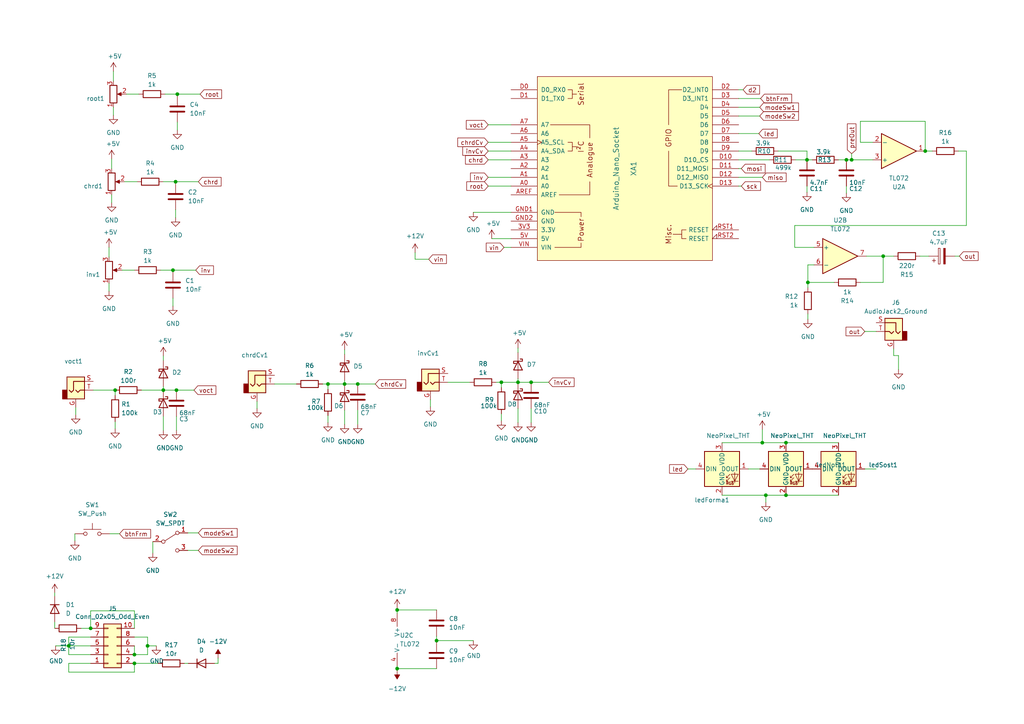
<source format=kicad_sch>
(kicad_sch (version 20230121) (generator eeschema)
  (paper "A4")
  (lib_symbols
    (symbol "Amplifier_Operational:TL072" (pin_names (offset 0.127))
      (property "Reference" "U" (at 0 5.08 0))
      (property "Value" "TL072" (at 0 -5.08 0))
      (symbol "TL072_1_1"
        (polyline (pts (xy -5.08 5.08) (xy 5.08 0) (xy -5.08 -5.08) (xy -5.08 5.08)) (stroke (width 0.254)) (fill (type background)))
        (pin output line (at 7.62 0 180) (length 2.54) (name "~") (number "1"))
        (pin input line (at -7.62 -2.54 0) (length 2.54) (name "-") (number "2"))
        (pin input line (at -7.62 2.54 0) (length 2.54) (name "+") (number "3"))
      )
      (symbol "TL072_2_1"
        (polyline (pts (xy -5.08 5.08) (xy 5.08 0) (xy -5.08 -5.08) (xy -5.08 5.08)) (stroke (width 0.254)) (fill (type background)))
        (pin input line (at -7.62 2.54 0) (length 2.54) (name "+") (number "5"))
        (pin input line (at -7.62 -2.54 0) (length 2.54) (name "-") (number "6"))
        (pin output line (at 7.62 0 180) (length 2.54) (name "~") (number "7"))
      )
      (symbol "TL072_3_1"
        (pin power_in line (at -2.54 -7.62 90) (length 3.81) (name "V-") (number "4"))
        (pin power_in line (at -2.54 7.62 270) (length 3.81) (name "V+") (number "8"))
      )
    )
    (symbol "BD1-rescue:Arduino_Nano_Socket-BD1-rescue-2020-02-22-22-49-19" (pin_names (offset 1.016))
      (property "Reference" "XA" (at 2.54 0 90))
      (property "Value" "BD1-rescue-2020-02-22-22-49-19_Arduino_Nano_Socket" (at -2.54 0 90))
      (symbol "Arduino_Nano_Socket-BD1-rescue-2020-02-22-22-49-19_0_0"
        (rectangle (start -25.4 26.67) (end 25.4 -26.67) (fill (type background)))
        (polyline (pts (xy -15.24 6.35) (xy -13.97 6.35)))
        (polyline (pts (xy -15.24 21.59) (xy -13.97 21.59)))
        (polyline (pts (xy 16.51 -19.05) (xy 13.97 -19.05)))
        (polyline (pts (xy -20.32 -22.86) (xy -12.7 -22.86) (xy -12.7 -21.59)))
        (polyline (pts (xy -12.7 -13.97) (xy -12.7 -12.7) (xy -20.32 -12.7)))
        (polyline (pts (xy -16.51 7.62) (xy -15.24 7.62) (xy -15.24 5.08) (xy -16.51 5.08)))
        (polyline (pts (xy -16.51 22.86) (xy -15.24 22.86) (xy -15.24 20.32) (xy -16.51 20.32)))
        (text "Analogue" (at -10.16 2.54 900) (effects (font (size 1.524 1.524))))
        (text "I²C" (at -12.7 6.35 900) (effects (font (size 1.524 1.524))))
        (text "Misc." (at 12.7 -19.05 900) (effects (font (size 1.524 1.524))))
        (text "Power" (at -12.7 -17.78 900) (effects (font (size 1.524 1.524))))
        (text "Serial" (at -12.7 21.59 900) (effects (font (size 1.524 1.524))))
      )
      (symbol "Arduino_Nano_Socket-BD1-rescue-2020-02-22-22-49-19_0_1"
        (polyline (pts (xy -21.59 12.7) (xy -10.16 12.7) (xy -10.16 8.89)))
        (polyline (pts (xy -19.05 -7.62) (xy -10.16 -7.62) (xy -10.16 -3.81)))
        (polyline (pts (xy 15.24 -5.08) (xy 12.7 -5.08) (xy 12.7 5.08)))
        (polyline (pts (xy 16.51 22.86) (xy 12.7 22.86) (xy 12.7 12.7)))
        (polyline (pts (xy 17.78 -17.78) (xy 16.51 -17.78) (xy 16.51 -20.32) (xy 17.78 -20.32)))
      )
      (symbol "Arduino_Nano_Socket-BD1-rescue-2020-02-22-22-49-19_1_0"
        (text "GPIO" (at 12.7 8.89 900) (effects (font (size 1.524 1.524))))
      )
      (symbol "Arduino_Nano_Socket-BD1-rescue-2020-02-22-22-49-19_1_1"
        (pin power_in line (at -33.02 -17.78 0) (length 7.62) (name "3.3V") (number "3V3"))
        (pin power_in line (at -33.02 -20.32 0) (length 7.62) (name "5V") (number "5V"))
        (pin bidirectional line (at -33.02 -5.08 0) (length 7.62) (name "A0") (number "A0"))
        (pin bidirectional line (at -33.02 -2.54 0) (length 7.62) (name "A1") (number "A1"))
        (pin bidirectional line (at -33.02 0 0) (length 7.62) (name "A2") (number "A2"))
        (pin bidirectional line (at -33.02 2.54 0) (length 7.62) (name "A3") (number "A3"))
        (pin bidirectional line (at -33.02 5.08 0) (length 7.62) (name "A4_SDA") (number "A4"))
        (pin bidirectional clock (at -33.02 7.62 0) (length 7.62) (name "A5_SCL") (number "A5"))
        (pin input line (at -33.02 10.16 0) (length 7.62) (name "A6") (number "A6"))
        (pin input line (at -33.02 12.7 0) (length 7.62) (name "A7") (number "A7"))
        (pin input line (at -33.02 -7.62 0) (length 7.62) (name "AREF") (number "AREF"))
        (pin bidirectional line (at -33.02 22.86 0) (length 7.62) (name "D0_RX0") (number "D0"))
        (pin bidirectional line (at -33.02 20.32 0) (length 7.62) (name "D1_TX0") (number "D1"))
        (pin bidirectional line (at 33.02 2.54 180) (length 7.62) (name "D10_CS") (number "D10"))
        (pin bidirectional line (at 33.02 0 180) (length 7.62) (name "D11_MOSI") (number "D11"))
        (pin bidirectional line (at 33.02 -2.54 180) (length 7.62) (name "D12_MISO") (number "D12"))
        (pin bidirectional clock (at 33.02 -5.08 180) (length 7.62) (name "D13_SCK") (number "D13"))
        (pin bidirectional line (at 33.02 22.86 180) (length 7.62) (name "D2_INT0") (number "D2"))
        (pin bidirectional line (at 33.02 20.32 180) (length 7.62) (name "D3_INT1") (number "D3"))
        (pin bidirectional line (at 33.02 17.78 180) (length 7.62) (name "D4") (number "D4"))
        (pin bidirectional line (at 33.02 15.24 180) (length 7.62) (name "D5") (number "D5"))
        (pin bidirectional line (at 33.02 12.7 180) (length 7.62) (name "D6") (number "D6"))
        (pin bidirectional line (at 33.02 10.16 180) (length 7.62) (name "D7") (number "D7"))
        (pin bidirectional line (at 33.02 7.62 180) (length 7.62) (name "D8") (number "D8"))
        (pin bidirectional line (at 33.02 5.08 180) (length 7.62) (name "D9") (number "D9"))
        (pin power_in line (at -33.02 -12.7 0) (length 7.62) (name "GND") (number "GND1"))
        (pin power_in line (at -33.02 -15.24 0) (length 7.62) (name "GND") (number "GND2"))
        (pin open_collector input_low (at 33.02 -17.78 180) (length 7.62) (name "RESET") (number "RST1"))
        (pin open_collector input_low (at 33.02 -20.32 180) (length 7.62) (name "RESET") (number "RST2"))
        (pin power_in line (at -33.02 -22.86 0) (length 7.62) (name "VIN") (number "VIN"))
      )
    )
    (symbol "Connector_Audio:AudioJack2_Ground"
      (property "Reference" "J" (at 0 8.89 0))
      (property "Value" "AudioJack2_Ground" (at 0 6.35 0))
      (symbol "AudioJack2_Ground_0_1"
        (rectangle (start -2.54 -2.54) (end -3.81 0) (stroke (width 0.254)) (fill (type outline)))
        (polyline (pts (xy 0 0) (xy 0.635 -0.635) (xy 1.27 0) (xy 2.54 0)) (stroke (width 0.254)))
        (polyline (pts (xy 2.54 2.54) (xy -0.635 2.54) (xy -0.635 0) (xy -1.27 -0.635) (xy -1.905 0)) (stroke (width 0.254)))
        (rectangle (start 2.54 3.81) (end -2.54 -2.54) (stroke (width 0.254)) (fill (type background)))
      )
      (symbol "AudioJack2_Ground_1_1"
        (pin passive line (at 0 -5.08 90) (length 2.54) (name "~") (number "G"))
        (pin passive line (at 5.08 2.54 180) (length 2.54) (name "~") (number "S"))
        (pin passive line (at 5.08 0 180) (length 2.54) (name "~") (number "T"))
      )
    )
    (symbol "Connector_Generic:Conn_02x05_Odd_Even" (pin_names (offset 1.016) hide)
      (property "Reference" "J" (at 1.27 7.62 0))
      (property "Value" "Conn_02x05_Odd_Even" (at 1.27 -7.62 0))
      (symbol "Conn_02x05_Odd_Even_1_1"
        (rectangle (start -1.27 -4.953) (end 0 -5.207) (stroke (width 0.1524)))
        (rectangle (start -1.27 -2.413) (end 0 -2.667) (stroke (width 0.1524)))
        (rectangle (start -1.27 0.127) (end 0 -0.127) (stroke (width 0.1524)))
        (rectangle (start -1.27 2.667) (end 0 2.413) (stroke (width 0.1524)))
        (rectangle (start -1.27 5.207) (end 0 4.953) (stroke (width 0.1524)))
        (rectangle (start -1.27 6.35) (end 3.81 -6.35) (stroke (width 0.254)) (fill (type background)))
        (rectangle (start 3.81 -4.953) (end 2.54 -5.207) (stroke (width 0.1524)))
        (rectangle (start 3.81 -2.413) (end 2.54 -2.667) (stroke (width 0.1524)))
        (rectangle (start 3.81 0.127) (end 2.54 -0.127) (stroke (width 0.1524)))
        (rectangle (start 3.81 2.667) (end 2.54 2.413) (stroke (width 0.1524)))
        (rectangle (start 3.81 5.207) (end 2.54 4.953) (stroke (width 0.1524)))
        (pin passive line (at -5.08 5.08 0) (length 3.81) (name "Pin_1") (number "1"))
        (pin passive line (at 7.62 -5.08 180) (length 3.81) (name "Pin_10") (number "10"))
        (pin passive line (at 7.62 5.08 180) (length 3.81) (name "Pin_2") (number "2"))
        (pin passive line (at -5.08 2.54 0) (length 3.81) (name "Pin_3") (number "3"))
        (pin passive line (at 7.62 2.54 180) (length 3.81) (name "Pin_4") (number "4"))
        (pin passive line (at -5.08 0 0) (length 3.81) (name "Pin_5") (number "5"))
        (pin passive line (at 7.62 0 180) (length 3.81) (name "Pin_6") (number "6"))
        (pin passive line (at -5.08 -2.54 0) (length 3.81) (name "Pin_7") (number "7"))
        (pin passive line (at 7.62 -2.54 180) (length 3.81) (name "Pin_8") (number "8"))
        (pin passive line (at -5.08 -5.08 0) (length 3.81) (name "Pin_9") (number "9"))
      )
    )
    (symbol "Device:C" (pin_numbers hide) (pin_names (offset 0.254))
      (property "Reference" "C" (at 0.635 2.54 0))
      (property "Value" "C" (at 0.635 -2.54 0))
      (symbol "C_0_1"
        (polyline (pts (xy -2.032 -0.762) (xy 2.032 -0.762)) (stroke (width 0.508)))
        (polyline (pts (xy -2.032 0.762) (xy 2.032 0.762)) (stroke (width 0.508)))
      )
      (symbol "C_1_1"
        (pin passive line (at 0 3.81 270) (length 2.794) (name "~") (number "1"))
        (pin passive line (at 0 -3.81 90) (length 2.794) (name "~") (number "2"))
      )
    )
    (symbol "Device:C_Polarized" (pin_numbers hide) (pin_names (offset 0.254))
      (property "Reference" "C" (at 0.635 2.54 0))
      (property "Value" "C_Polarized" (at 0.635 -2.54 0))
      (symbol "C_Polarized_0_1"
        (rectangle (start -2.286 0.508) (end 2.286 1.016))
        (polyline (pts (xy -1.778 2.286) (xy -0.762 2.286)))
        (polyline (pts (xy -1.27 2.794) (xy -1.27 1.778)))
        (rectangle (start 2.286 -0.508) (end -2.286 -1.016) (fill (type outline)))
      )
      (symbol "C_Polarized_1_1"
        (pin passive line (at 0 3.81 270) (length 2.794) (name "~") (number "1"))
        (pin passive line (at 0 -3.81 90) (length 2.794) (name "~") (number "2"))
      )
    )
    (symbol "Device:D" (pin_numbers hide) (pin_names (offset 1.016) hide)
      (property "Reference" "D" (at 0 2.54 0))
      (property "Value" "D" (at 0 -2.54 0))
      (symbol "D_0_1"
        (polyline (pts (xy -1.27 1.27) (xy -1.27 -1.27)) (stroke (width 0.254)))
        (polyline (pts (xy 1.27 0) (xy -1.27 0)))
        (polyline (pts (xy 1.27 1.27) (xy 1.27 -1.27) (xy -1.27 0) (xy 1.27 1.27)) (stroke (width 0.254)))
      )
      (symbol "D_1_1"
        (pin passive line (at -3.81 0 0) (length 2.54) (name "K") (number "1"))
        (pin passive line (at 3.81 0 180) (length 2.54) (name "A") (number "2"))
      )
    )
    (symbol "Device:D_Schottky" (pin_numbers hide) (pin_names (offset 1.016) hide)
      (property "Reference" "D" (at 0 2.54 0))
      (property "Value" "D_Schottky" (at 0 -2.54 0))
      (symbol "D_Schottky_0_1"
        (polyline (pts (xy 1.27 0) (xy -1.27 0)))
        (polyline (pts (xy 1.27 1.27) (xy 1.27 -1.27) (xy -1.27 0) (xy 1.27 1.27)) (stroke (width 0.254)))
        (polyline (pts (xy -1.905 0.635) (xy -1.905 1.27) (xy -1.27 1.27) (xy -1.27 -1.27) (xy -0.635 -1.27) (xy -0.635 -0.635)) (stroke (width 0.254)))
      )
      (symbol "D_Schottky_1_1"
        (pin passive line (at -3.81 0 0) (length 2.54) (name "K") (number "1"))
        (pin passive line (at 3.81 0 180) (length 2.54) (name "A") (number "2"))
      )
    )
    (symbol "Device:R" (pin_numbers hide) (pin_names (offset 0))
      (property "Reference" "R" (at 2.032 0 90))
      (property "Value" "R" (at 0 0 90))
      (symbol "R_0_1"
        (rectangle (start -1.016 -2.54) (end 1.016 2.54) (stroke (width 0.254)))
      )
      (symbol "R_1_1"
        (pin passive line (at 0 3.81 270) (length 1.27) (name "~") (number "1"))
        (pin passive line (at 0 -3.81 90) (length 1.27) (name "~") (number "2"))
      )
    )
    (symbol "Device:R_Potentiometer" (pin_names (offset 1.016) hide)
      (property "Reference" "RV" (at -4.445 0 90))
      (property "Value" "R_Potentiometer" (at -2.54 0 90))
      (symbol "R_Potentiometer_0_1"
        (polyline (pts (xy 2.54 0) (xy 1.524 0)))
        (polyline (pts (xy 1.143 0) (xy 2.286 0.508) (xy 2.286 -0.508) (xy 1.143 0)) (fill (type outline)))
        (rectangle (start 1.016 2.54) (end -1.016 -2.54) (stroke (width 0.254)))
      )
      (symbol "R_Potentiometer_1_1"
        (pin passive line (at 0 3.81 270) (length 1.27) (name "1") (number "1"))
        (pin passive line (at 3.81 0 180) (length 1.27) (name "2") (number "2"))
        (pin passive line (at 0 -3.81 90) (length 1.27) (name "3") (number "3"))
      )
    )
    (symbol "LED:NeoPixel_THT" (pin_names (offset 0.254))
      (property "Reference" "D" (at 5.08 5.715 0))
      (property "Value" "NeoPixel_THT" (at 1.27 -5.715 0))
      (symbol "NeoPixel_THT_0_0"
        (text "RGB" (at 2.286 -4.191 0) (effects (font (size 0.762 0.762))))
      )
      (symbol "NeoPixel_THT_0_1"
        (polyline (pts (xy 1.27 -3.556) (xy 1.778 -3.556)))
        (polyline (pts (xy 1.27 -2.54) (xy 1.778 -2.54)))
        (polyline (pts (xy 4.699 -3.556) (xy 2.667 -3.556)))
        (polyline (pts (xy 2.286 -2.54) (xy 1.27 -3.556) (xy 1.27 -3.048)))
        (polyline (pts (xy 2.286 -1.524) (xy 1.27 -2.54) (xy 1.27 -2.032)))
        (polyline (pts (xy 3.683 -1.016) (xy 3.683 -3.556) (xy 3.683 -4.064)))
        (polyline (pts (xy 4.699 -1.524) (xy 2.667 -1.524) (xy 3.683 -3.556) (xy 4.699 -1.524)))
        (rectangle (start 5.08 5.08) (end -5.08 -5.08) (stroke (width 0.254)) (fill (type background)))
      )
      (symbol "NeoPixel_THT_1_1"
        (pin output line (at 7.62 0 180) (length 2.54) (name "DOUT") (number "1"))
        (pin power_in line (at 0 -7.62 90) (length 2.54) (name "GND") (number "2"))
        (pin power_in line (at 0 7.62 270) (length 2.54) (name "VDD") (number "3"))
        (pin input line (at -7.62 0 0) (length 2.54) (name "DIN") (number "4"))
      )
    )
    (symbol "Switch:SW_Push" (pin_numbers hide) (pin_names (offset 1.016) hide)
      (property "Reference" "SW" (at 1.27 2.54 0))
      (property "Value" "SW_Push" (at 0 -1.524 0))
      (symbol "SW_Push_0_1"
        (circle (center -2.032 0) (radius 0.508))
        (polyline (pts (xy 0 1.27) (xy 0 3.048)))
        (polyline (pts (xy 2.54 1.27) (xy -2.54 1.27)))
        (circle (center 2.032 0) (radius 0.508))
        (pin passive line (at -5.08 0 0) (length 2.54) (name "1") (number "1"))
        (pin passive line (at 5.08 0 180) (length 2.54) (name "2") (number "2"))
      )
    )
    (symbol "Switch:SW_SPDT" (pin_names (offset 0) hide)
      (property "Reference" "SW" (at 0 4.318 0))
      (property "Value" "SW_SPDT" (at 0 -5.08 0))
      (symbol "SW_SPDT_0_0"
        (circle (center -2.032 0) (radius 0.508))
        (circle (center 2.032 -2.54) (radius 0.508))
      )
      (symbol "SW_SPDT_0_1"
        (polyline (pts (xy -1.524 0.254) (xy 1.651 2.286)))
        (circle (center 2.032 2.54) (radius 0.508))
      )
      (symbol "SW_SPDT_1_1"
        (pin passive line (at 5.08 2.54 180) (length 2.54) (name "A") (number "1"))
        (pin passive line (at -5.08 0 0) (length 2.54) (name "B") (number "2"))
        (pin passive line (at 5.08 -2.54 180) (length 2.54) (name "C") (number "3"))
      )
    )
    (symbol "power:+12V" (power) (pin_names (offset 0))
      (property "Value" "+12V" (at 0 3.556 0))
      (symbol "+12V_0_1"
        (polyline (pts (xy -0.762 1.27) (xy 0 2.54)))
        (polyline (pts (xy 0 0) (xy 0 2.54)))
        (polyline (pts (xy 0 2.54) (xy 0.762 1.27)))
      )
      (symbol "+12V_1_1"
        (pin power_in line (at 0 0 90) (length 0) hide (name "+12V") (number "1"))
      )
    )
    (symbol "power:+5V" (power) (pin_names (offset 0))
      (property "Value" "+5V" (at 0 3.556 0))
      (symbol "+5V_0_1"
        (polyline (pts (xy -0.762 1.27) (xy 0 2.54)))
        (polyline (pts (xy 0 0) (xy 0 2.54)))
        (polyline (pts (xy 0 2.54) (xy 0.762 1.27)))
      )
      (symbol "+5V_1_1"
        (pin power_in line (at 0 0 90) (length 0) hide (name "+5V") (number "1"))
      )
    )
    (symbol "power:-12V" (power) (pin_names (offset 0))
      (property "Value" "-12V" (at 0 3.81 0))
      (symbol "-12V_0_0"
        (pin power_in line (at 0 0 90) (length 0) hide (name "-12V") (number "1"))
      )
      (symbol "-12V_0_1"
        (polyline (pts (xy 0 0) (xy 0 1.27) (xy 0.762 1.27) (xy 0 2.54) (xy -0.762 1.27) (xy 0 1.27)) (fill (type outline)))
      )
    )
    (symbol "power:GND" (power) (pin_names (offset 0))
      (property "Value" "GND" (at 0 -3.81 0))
      (symbol "GND_0_1"
        (polyline (pts (xy 0 0) (xy 0 -1.27) (xy 1.27 -1.27) (xy 0 -2.54) (xy -1.27 -1.27) (xy 0 -1.27)))
      )
      (symbol "GND_1_1"
        (pin power_in line (at 0 0 270) (length 0) hide (name "GND") (number "1"))
      )
    )
  )
  (junction (at 33.401 113.157))
  (junction (at 38.989 192.405))
  (junction (at 247.015 46.355))
  (junction (at 50.927 52.705))
  (junction (at 38.989 189.865))
  (junction (at 145.415 110.871))
  (junction (at 222.123 143.637))
  (junction (at 221.107 128.397))
  (junction (at 115.189 176.911))
  (junction (at 227.965 143.637))
  (junction (at 42.799 187.325))
  (junction (at 19.939 187.325))
  (junction (at 245.491 46.355))
  (junction (at 103.759 111.379))
  (junction (at 154.051 110.871))
  (junction (at 126.619 185.801))
  (junction (at 51.435 27.305))
  (junction (at 234.061 46.355))
  (junction (at 26.289 182.245))
  (junction (at 256.159 74.295))
  (junction (at 150.241 110.871))
  (junction (at 95.123 111.379))
  (junction (at 234.315 81.915))
  (junction (at 268.351 43.815))
  (junction (at 115.189 193.929))
  (junction (at 99.949 111.379))
  (junction (at 47.371 113.157))
  (junction (at 50.165 78.359))
  (junction (at 51.181 113.157))
  (junction (at 227.965 128.397))
  (wire (pts (xy 47.371 120.777) (xy 47.371 124.841)))
  (wire (pts (xy 124.841 115.951) (xy 124.841 117.983)))
  (wire (pts (xy 253.111 41.275) (xy 249.555 41.275)))
  (wire (pts (xy 35.433 78.359) (xy 38.989 78.359)))
  (wire (pts (xy 26.289 184.785) (xy 19.939 184.785)))
  (wire (pts (xy 26.289 192.405) (xy 19.939 192.405)))
  (wire (pts (xy 38.989 187.325) (xy 38.989 189.865)))
  (wire (pts (xy 36.195 52.705) (xy 39.751 52.705)))
  (wire (pts (xy 234.061 43.815) (xy 234.061 46.355)))
  (wire (pts (xy 227.965 128.397) (xy 243.205 128.397)))
  (wire (pts (xy 99.949 118.999) (xy 99.949 123.063)))
  (wire (pts (xy 99.949 110.363) (xy 99.949 111.379)))
  (wire (pts (xy 15.875 180.467) (xy 15.875 182.245)))
  (wire (pts (xy 54.483 159.639) (xy 57.531 159.639)))
  (wire (pts (xy 199.517 136.017) (xy 201.803 136.017)))
  (wire (pts (xy 217.043 136.017) (xy 220.345 136.017)))
  (wire (pts (xy 214.249 53.975) (xy 215.011 53.975)))
  (wire (pts (xy 31.877 154.813) (xy 34.671 154.813)))
  (wire (pts (xy 46.609 78.359) (xy 50.165 78.359)))
  (wire (pts (xy 146.177 71.755) (xy 148.209 71.755)))
  (wire (pts (xy 51.181 120.777) (xy 51.181 124.841)))
  (wire (pts (xy 256.159 74.295) (xy 259.207 74.295)))
  (wire (pts (xy 141.605 43.815) (xy 148.209 43.815)))
  (wire (pts (xy 141.605 46.355) (xy 148.209 46.355)))
  (wire (pts (xy 209.423 128.397) (xy 221.107 128.397)))
  (wire (pts (xy 234.315 81.915) (xy 241.935 81.915)))
  (wire (pts (xy 50.927 52.705) (xy 57.531 52.705)))
  (wire (pts (xy 249.555 41.275) (xy 249.555 35.179)))
  (wire (pts (xy 95.123 120.523) (xy 95.123 122.555)))
  (wire (pts (xy 249.555 35.179) (xy 268.351 35.179)))
  (wire (pts (xy 23.495 182.245) (xy 26.289 182.245)))
  (wire (pts (xy 19.939 189.865) (xy 26.289 189.865)))
  (wire (pts (xy 145.415 110.871) (xy 145.415 112.395)))
  (wire (pts (xy 50.165 78.359) (xy 56.769 78.359)))
  (wire (pts (xy 50.165 86.487) (xy 50.165 88.773)))
  (wire (pts (xy 50.165 78.359) (xy 50.165 78.867)))
  (wire (pts (xy 142.621 69.215) (xy 148.209 69.215)))
  (wire (pts (xy 256.159 81.915) (xy 256.159 74.295)))
  (wire (pts (xy 95.123 111.379) (xy 95.123 112.903)))
  (wire (pts (xy 32.385 46.101) (xy 32.385 48.895)))
  (wire (pts (xy 38.989 177.165) (xy 38.989 182.245)))
  (wire (pts (xy 260.604 103.124) (xy 260.604 107.188)))
  (wire (pts (xy 230.505 65.405) (xy 230.505 71.755)))
  (wire (pts (xy 214.249 33.655) (xy 220.345 33.655)))
  (wire (pts (xy 222.123 143.637) (xy 227.965 143.637)))
  (wire (pts (xy 247.015 46.355) (xy 253.111 46.355)))
  (wire (pts (xy 214.249 26.035) (xy 215.519 26.035)))
  (wire (pts (xy 129.921 110.871) (xy 136.271 110.871)))
  (wire (pts (xy 234.315 91.059) (xy 234.315 92.583)))
  (wire (pts (xy 99.949 101.473) (xy 99.949 102.743)))
  (wire (pts (xy 126.619 193.929) (xy 115.189 193.929)))
  (wire (pts (xy 126.619 185.801) (xy 137.287 185.801)))
  (wire (pts (xy 214.249 46.355) (xy 223.139 46.355)))
  (wire (pts (xy 51.435 35.433) (xy 51.435 37.719)))
  (wire (pts (xy 26.289 182.245) (xy 26.289 177.165)))
  (wire (pts (xy 145.415 120.015) (xy 145.415 122.047)))
  (wire (pts (xy 260.604 103.124) (xy 259.207 103.124)))
  (wire (pts (xy 234.061 46.355) (xy 235.585 46.355)))
  (wire (pts (xy 51.435 27.305) (xy 51.435 27.813)))
  (wire (pts (xy 234.315 76.835) (xy 234.315 81.915)))
  (wire (pts (xy 150.241 109.855) (xy 150.241 110.871)))
  (wire (pts (xy 19.939 184.785) (xy 19.939 187.325)))
  (wire (pts (xy 38.989 184.785) (xy 42.799 184.785)))
  (wire (pts (xy 47.879 27.305) (xy 51.435 27.305)))
  (wire (pts (xy 214.249 48.895) (xy 215.011 48.895)))
  (wire (pts (xy 141.605 41.275) (xy 148.209 41.275)))
  (wire (pts (xy 209.423 143.637) (xy 222.123 143.637)))
  (wire (pts (xy 214.249 38.735) (xy 220.091 38.735)))
  (wire (pts (xy 278.003 43.815) (xy 280.289 43.815)))
  (wire (pts (xy 214.249 51.435) (xy 221.107 51.435)))
  (wire (pts (xy 145.415 110.871) (xy 150.241 110.871)))
  (wire (pts (xy 234.061 53.975) (xy 234.061 55.753)))
  (wire (pts (xy 44.323 157.099) (xy 44.323 160.401)))
  (wire (pts (xy 31.623 71.755) (xy 31.623 74.549)))
  (wire (pts (xy 150.241 118.491) (xy 150.241 122.555)))
  (wire (pts (xy 141.605 51.435) (xy 148.209 51.435)))
  (wire (pts (xy 214.249 28.575) (xy 220.599 28.575)))
  (wire (pts (xy 250.825 136.017) (xy 254.127 136.017)))
  (wire (pts (xy 41.021 113.157) (xy 47.371 113.157)))
  (wire (pts (xy 42.799 187.325) (xy 42.799 189.865)))
  (wire (pts (xy 32.893 20.701) (xy 32.893 23.495)))
  (wire (pts (xy 38.989 192.405) (xy 45.847 192.405)))
  (wire (pts (xy 21.971 118.237) (xy 21.971 120.269)))
  (wire (pts (xy 154.051 118.491) (xy 154.051 122.555)))
  (wire (pts (xy 95.123 111.379) (xy 99.949 111.379)))
  (wire (pts (xy 62.23 192.405) (xy 63.246 192.405)))
  (wire (pts (xy 47.371 52.705) (xy 50.927 52.705)))
  (wire (pts (xy 115.189 176.911) (xy 115.189 177.927)))
  (wire (pts (xy 247.015 44.577) (xy 247.015 46.355)))
  (wire (pts (xy 306.197 17.907) (xy 313.055 17.907)))
  (wire (pts (xy 19.939 187.325) (xy 19.939 189.865)))
  (wire (pts (xy 74.549 116.459) (xy 74.549 118.491)))
  (wire (pts (xy 47.371 103.251) (xy 47.371 104.521)))
  (wire (pts (xy 54.483 154.559) (xy 57.531 154.559)))
  (wire (pts (xy 221.107 128.397) (xy 227.965 128.397)))
  (wire (pts (xy 32.893 31.115) (xy 32.893 33.401)))
  (wire (pts (xy 245.491 46.355) (xy 247.015 46.355)))
  (wire (pts (xy 50.927 52.705) (xy 50.927 53.213)))
  (wire (pts (xy 115.189 176.403) (xy 115.189 176.911)))
  (wire (pts (xy 19.939 194.945) (xy 38.989 194.945)))
  (wire (pts (xy 36.703 27.305) (xy 40.259 27.305)))
  (wire (pts (xy 154.051 110.871) (xy 159.131 110.871)))
  (wire (pts (xy 236.093 76.835) (xy 234.315 76.835)))
  (wire (pts (xy 150.241 110.871) (xy 154.051 110.871)))
  (wire (pts (xy 53.467 192.405) (xy 54.61 192.405)))
  (wire (pts (xy 250.825 96.139) (xy 254.127 96.139)))
  (wire (pts (xy 51.181 113.157) (xy 56.261 113.157)))
  (wire (pts (xy 42.799 184.785) (xy 42.799 187.325)))
  (wire (pts (xy 230.759 46.355) (xy 234.061 46.355)))
  (wire (pts (xy 16.129 187.325) (xy 19.939 187.325)))
  (wire (pts (xy 120.396 75.184) (xy 124.333 75.184)))
  (wire (pts (xy 93.599 111.379) (xy 95.123 111.379)))
  (wire (pts (xy 268.351 43.815) (xy 270.383 43.815)))
  (wire (pts (xy 141.605 36.195) (xy 148.209 36.195)))
  (wire (pts (xy 245.491 53.975) (xy 245.491 56.007)))
  (wire (pts (xy 103.759 111.379) (xy 108.839 111.379)))
  (wire (pts (xy 27.051 113.157) (xy 33.401 113.157)))
  (wire (pts (xy 47.371 113.157) (xy 51.181 113.157)))
  (wire (pts (xy 115.189 176.911) (xy 126.619 176.911)))
  (wire (pts (xy 120.396 73.279) (xy 120.396 75.184)))
  (wire (pts (xy 115.189 193.929) (xy 115.189 194.437)))
  (wire (pts (xy 259.207 103.124) (xy 259.207 101.219)))
  (wire (pts (xy 141.605 53.975) (xy 148.209 53.975)))
  (wire (pts (xy 42.799 189.865) (xy 38.989 189.865)))
  (wire (pts (xy 268.351 35.179) (xy 268.351 43.815)))
  (wire (pts (xy 51.435 27.305) (xy 58.039 27.305)))
  (wire (pts (xy 137.287 61.595) (xy 148.209 61.595)))
  (wire (pts (xy 280.289 43.815) (xy 280.289 65.405)))
  (wire (pts (xy 33.401 113.157) (xy 33.401 114.681)))
  (wire (pts (xy 33.401 122.301) (xy 33.401 124.333)))
  (wire (pts (xy 79.629 111.379) (xy 85.979 111.379)))
  (wire (pts (xy 266.827 74.295) (xy 269.367 74.295)))
  (wire (pts (xy 45.339 187.325) (xy 42.799 187.325)))
  (wire (pts (xy 50.927 60.833) (xy 50.927 63.119)))
  (wire (pts (xy 214.249 31.115) (xy 220.345 31.115)))
  (wire (pts (xy 143.891 110.871) (xy 145.415 110.871)))
  (wire (pts (xy 225.679 43.815) (xy 234.061 43.815)))
  (wire (pts (xy 31.623 82.169) (xy 31.623 84.455)))
  (wire (pts (xy 15.875 171.958) (xy 15.875 172.847)))
  (wire (pts (xy 21.717 154.813) (xy 21.717 156.845)))
  (wire (pts (xy 26.289 177.165) (xy 38.989 177.165)))
  (wire (pts (xy 280.289 65.405) (xy 230.505 65.405)))
  (wire (pts (xy 99.949 111.379) (xy 103.759 111.379)))
  (wire (pts (xy 214.249 43.815) (xy 218.059 43.815)))
  (wire (pts (xy 126.619 185.801) (xy 126.619 186.309)))
  (wire (pts (xy 115.189 193.167) (xy 115.189 193.929)))
  (wire (pts (xy 234.315 81.915) (xy 234.315 83.439)))
  (wire (pts (xy 227.965 143.637) (xy 243.205 143.637)))
  (wire (pts (xy 276.987 74.295) (xy 278.257 74.295)))
  (wire (pts (xy 26.289 187.325) (xy 19.939 187.325)))
  (wire (pts (xy 47.371 112.141) (xy 47.371 113.157)))
  (wire (pts (xy 19.939 192.405) (xy 19.939 194.945)))
  (wire (pts (xy 243.205 46.355) (xy 245.491 46.355)))
  (wire (pts (xy 150.241 100.965) (xy 150.241 102.235)))
  (wire (pts (xy 221.107 124.587) (xy 221.107 128.397)))
  (wire (pts (xy 38.989 194.945) (xy 38.989 192.405)))
  (wire (pts (xy 256.159 74.295) (xy 251.333 74.295)))
  (wire (pts (xy 103.759 118.999) (xy 103.759 123.063)))
  (wire (pts (xy 230.505 71.755) (xy 236.093 71.755)))
  (wire (pts (xy 126.619 184.531) (xy 126.619 185.801)))
  (wire (pts (xy 249.555 81.915) (xy 256.159 81.915)))
  (wire (pts (xy 63.246 190.881) (xy 63.246 192.405)))
  (wire (pts (xy 222.123 143.637) (xy 222.123 145.669)))
  (wire (pts (xy 32.385 56.515) (xy 32.385 58.801)))
  (global_label "preOut" (shape input) (at 306.705 29.337 0) (property "Intersheetrefs" "${INTERSHEET_REFS}" (effects hide)))
  (global_label "inv" (shape input) (at 141.605 51.435 180) (property "Intersheetrefs" "${INTERSHEET_REFS}" (effects hide)))
  (global_label "sck" (shape input) (at 215.011 53.975 0) (property "Intersheetrefs" "${INTERSHEET_REFS}" (effects hide)))
  (global_label "root" (shape input) (at 141.605 53.975 180) (property "Intersheetrefs" "${INTERSHEET_REFS}" (effects hide)))
  (global_label "chrdCv" (shape input) (at 141.605 41.275 180) (property "Intersheetrefs" "${INTERSHEET_REFS}" (effects hide)))
  (global_label "invCv" (shape input) (at 159.131 110.871 0) (property "Intersheetrefs" "${INTERSHEET_REFS}" (effects hide)))
  (global_label "miso" (shape input) (at 221.107 51.435 0) (property "Intersheetrefs" "${INTERSHEET_REFS}" (effects hide)))
  (global_label "inv" (shape input) (at 56.769 78.359 0) (property "Intersheetrefs" "${INTERSHEET_REFS}" (effects hide)))
  (global_label "voct" (shape input) (at 56.261 113.157 0) (property "Intersheetrefs" "${INTERSHEET_REFS}" (effects hide)))
  (global_label "voct" (shape input) (at 141.605 36.195 180) (property "Intersheetrefs" "${INTERSHEET_REFS}" (effects hide)))
  (global_label "invCv" (shape input) (at 141.605 43.815 180) (property "Intersheetrefs" "${INTERSHEET_REFS}" (effects hide)))
  (global_label "sck" (shape input) (at 306.959 20.447 0) (property "Intersheetrefs" "${INTERSHEET_REFS}" (effects hide)))
  (global_label "miso" (shape input) (at 313.055 17.907 0) (property "Intersheetrefs" "${INTERSHEET_REFS}" (effects hide)))
  (global_label "preOut" (shape input) (at 247.015 44.577 90) (property "Intersheetrefs" "${INTERSHEET_REFS}" (effects hide)))
  (global_label "root" (shape input) (at 58.039 27.305 0) (property "Intersheetrefs" "${INTERSHEET_REFS}" (effects hide)))
  (global_label "modeSw2" (shape input) (at 220.345 33.655 0) (property "Intersheetrefs" "${INTERSHEET_REFS}" (effects hide)))
  (global_label "d2" (shape input) (at 215.519 26.035 0) (property "Intersheetrefs" "${INTERSHEET_REFS}" (effects hide)))
  (global_label "mosi" (shape input) (at 306.959 15.367 0) (property "Intersheetrefs" "${INTERSHEET_REFS}" (effects hide)))
  (global_label "chrd" (shape input) (at 141.605 46.355 180) (property "Intersheetrefs" "${INTERSHEET_REFS}" (effects hide)))
  (global_label "mosi" (shape input) (at 215.011 48.895 0) (property "Intersheetrefs" "${INTERSHEET_REFS}" (effects hide)))
  (global_label "out" (shape input) (at 278.257 74.295 0) (property "Intersheetrefs" "${INTERSHEET_REFS}" (effects hide)))
  (global_label "btnFrm" (shape input) (at 34.671 154.813 0) (property "Intersheetrefs" "${INTERSHEET_REFS}" (effects hide)))
  (global_label "d2" (shape input) (at 308.229 25.019 0) (property "Intersheetrefs" "${INTERSHEET_REFS}" (effects hide)))
  (global_label "led" (shape input) (at 199.517 136.017 180) (property "Intersheetrefs" "${INTERSHEET_REFS}" (effects hide)))
  (global_label "vin" (shape input) (at 146.177 71.755 180) (property "Intersheetrefs" "${INTERSHEET_REFS}" (effects hide)))
  (global_label "modeSw1" (shape input) (at 220.345 31.115 0) (property "Intersheetrefs" "${INTERSHEET_REFS}" (effects hide)))
  (global_label "modeSw2" (shape input) (at 57.531 159.639 0) (property "Intersheetrefs" "${INTERSHEET_REFS}" (effects hide)))
  (global_label "vin" (shape input) (at 124.333 75.184 0) (property "Intersheetrefs" "${INTERSHEET_REFS}" (effects hide)))
  (global_label "chrdCv" (shape input) (at 108.839 111.379 0) (property "Intersheetrefs" "${INTERSHEET_REFS}" (effects hide)))
  (global_label "led" (shape input) (at 220.091 38.735 0) (property "Intersheetrefs" "${INTERSHEET_REFS}" (effects hide)))
  (global_label "chrd" (shape input) (at 57.531 52.705 0) (property "Intersheetrefs" "${INTERSHEET_REFS}" (effects hide)))
  (global_label "modeSw1" (shape input) (at 57.531 154.559 0) (property "Intersheetrefs" "${INTERSHEET_REFS}" (effects hide)))
  (global_label "btnFrm" (shape input) (at 220.599 28.575 0) (property "Intersheetrefs" "${INTERSHEET_REFS}" (effects hide)))
  (global_label "out" (shape input) (at 250.825 96.139 180) (property "Intersheetrefs" "${INTERSHEET_REFS}" (effects hide)))
  (symbol (lib_id "power:GND") (at 137.287 61.595 0) (unit 1)
    (property "Reference" "#PWR039" (effects hide))
    (property "Value" "GND" (at 137.287 66.675 0))
  )
  (symbol (lib_id "power:-12V") (at 63.246 190.881 0) (unit 1)
    (property "Reference" "#PWR026" (effects hide))
    (property "Value" "-12V" (at 63.246 186.055 0))
  )
  (symbol (lib_id "Device:R") (at 145.415 116.205 180) (unit 1)
    (property "Reference" "R9" (at 140.589 115.951 0) (effects (justify right)))
    (property "Value" "100k" (at 139.319 117.729 0) (effects (justify right)))
    (property "Footprint" "Resistor_SMD:R_0603_1608Metric_Pad0.98x0.95mm_HandSolder" (effects hide))
  )
  (symbol (lib_id "Device:C") (at 103.759 115.189 0) (unit 1)
    (property "Reference" "C7" (at 104.521 119.761 0) (effects (justify left)))
    (property "Value" "68nF" (at 104.521 117.983 0) (effects (justify left)))
    (property "Footprint" "Capacitor_SMD:C_0603_1608Metric_Pad1.08x0.95mm_HandSolder" (effects hide))
  )
  (symbol (lib_id "power:GND") (at 51.181 124.841 0) (unit 1)
    (property "Reference" "#PWR024" (effects hide))
    (property "Value" "GND" (at 51.181 129.921 0))
  )
  (symbol (lib_id "power:GND") (at 50.927 63.119 0) (unit 1)
    (property "Reference" "#PWR023" (effects hide))
    (property "Value" "GND" (at 50.927 68.199 0))
  )
  (symbol (lib_id "Device:R") (at 44.069 27.305 90) (unit 1)
    (property "Reference" "R5" (at 44.069 21.971 90))
    (property "Value" "1k" (at 44.069 24.511 90))
    (property "Footprint" "Resistor_SMD:R_0603_1608Metric_Pad0.98x0.95mm_HandSolder" (effects hide))
  )
  (symbol (lib_id "power:+5V") (at 32.385 46.101 0) (unit 1)
    (property "Reference" "#PWR013" (effects hide))
    (property "Value" "+5V" (at 32.766 41.7068 0))
  )
  (symbol (lib_id "power:+5V") (at 221.107 124.587 0) (unit 1)
    (property "Reference" "#PWR029" (effects hide))
    (property "Value" "+5V" (at 221.488 120.1928 0))
  )
  (symbol (lib_id "Device:R") (at 89.789 111.379 90) (unit 1)
    (property "Reference" "R6" (at 89.789 106.045 90))
    (property "Value" "1k" (at 89.789 108.585 90))
    (property "Footprint" "Resistor_SMD:R_0603_1608Metric_Pad0.98x0.95mm_HandSolder" (effects hide))
  )
  (symbol (lib_id "Device:R") (at 221.869 43.815 90) (unit 1)
    (property "Reference" "R10" (at 221.615 43.815 90))
    (property "Value" "3.9k" (at 221.361 41.529 90))
    (property "Footprint" "Resistor_SMD:R_0603_1608Metric_Pad0.98x0.95mm_HandSolder" (effects hide))
  )
  (symbol (lib_id "Device:R_Potentiometer") (at 31.623 78.359 0) (mirror x) (unit 1)
    (property "Reference" "inv1" (at 29.083 79.629 0) (effects (justify right)))
    (property "Value" "R_Potentiometer" (effects hide))
    (property "Footprint" "0deS:PotGndPin1" (effects hide))
  )
  (symbol (lib_id "power:GND") (at 103.759 123.063 0) (unit 1)
    (property "Reference" "#PWR035" (effects hide))
    (property "Value" "GND" (at 103.759 128.143 0))
  )
  (symbol (lib_id "Device:R") (at 234.315 87.249 0) (mirror y) (unit 1)
    (property "Reference" "R12" (at 231.521 85.979 0) (effects (justify left)))
    (property "Value" "1k" (at 231.521 88.519 0) (effects (justify left)))
    (property "Footprint" "Resistor_SMD:R_0603_1608Metric_Pad0.98x0.95mm_HandSolder" (effects hide))
  )
  (symbol (lib_id "Device:R") (at 95.123 116.713 180) (unit 1)
    (property "Reference" "R7" (at 90.297 116.459 0) (effects (justify right)))
    (property "Value" "100k" (at 89.027 118.237 0) (effects (justify right)))
    (property "Footprint" "Resistor_SMD:R_0603_1608Metric_Pad0.98x0.95mm_HandSolder" (effects hide))
  )
  (symbol (lib_id "power:GND") (at 95.123 122.555 0) (unit 1)
    (property "Reference" "#PWR030" (effects hide))
    (property "Value" "GND" (at 95.123 127.635 0))
  )
  (symbol (lib_id "Device:C") (at 126.619 190.119 0) (unit 1)
    (property "Reference" "C9" (at 130.175 188.849 0) (effects (justify left)))
    (property "Value" "10nF" (at 130.175 191.389 0) (effects (justify left)))
    (property "Footprint" "Capacitor_SMD:C_0603_1608Metric_Pad1.08x0.95mm_HandSolder" (effects hide))
  )
  (symbol (lib_id "power:+5V") (at 31.623 71.755 0) (unit 1)
    (property "Reference" "#PWR011" (effects hide))
    (property "Value" "+5V" (at 32.004 67.3608 0))
  )
  (symbol (lib_id "power:+5V") (at 32.893 20.701 0) (unit 1)
    (property "Reference" "#PWR015" (effects hide))
    (property "Value" "+5V" (at 33.274 16.3068 0))
  )
  (symbol (lib_id "power:GND") (at 74.549 118.491 0) (unit 1)
    (property "Reference" "#PWR028" (effects hide))
    (property "Value" "GND" (at 74.549 123.571 0))
  )
  (symbol (lib_id "power:GND") (at 245.491 56.007 0) (unit 1)
    (property "Reference" "#PWR050" (effects hide))
    (property "Value" "GND" (at 245.491 61.087 0))
  )
  (symbol (lib_id "power:GND") (at 44.323 160.401 0) (unit 1)
    (property "Reference" "#PWR018" (effects hide))
    (property "Value" "GND" (at 44.323 165.481 0))
  )
  (symbol (lib_id "power:GND") (at 31.623 84.455 0) (unit 1)
    (property "Reference" "#PWR012" (effects hide))
    (property "Value" "GND" (at 31.623 89.535 0))
  )
  (symbol (lib_id "LED:NeoPixel_THT") (at 209.423 136.017 0) (unit 1)
    (property "Reference" "ledForma1" (at 201.422 145.034 0) (effects (justify left)))
    (property "Value" "NeoPixel_THT" (at 204.851 126.365 0) (effects (justify left)))
    (property "Footprint" "0deS:LED_WS2812B" (effects hide))
    (property "Datasheet" "https://www.adafruit.com/product/1938" (effects hide))
  )
  (symbol (lib_id "Device:R") (at 239.395 46.355 90) (unit 1)
    (property "Reference" "R13" (at 239.141 46.355 90))
    (property "Value" "3.9k" (at 238.887 44.069 90))
    (property "Footprint" "Resistor_SMD:R_0603_1608Metric_Pad0.98x0.95mm_HandSolder" (effects hide))
  )
  (symbol (lib_id "Device:C") (at 245.491 50.165 0) (unit 1)
    (property "Reference" "C12" (at 246.253 54.737 0) (effects (justify left)))
    (property "Value" "10nF" (at 246.253 52.959 0) (effects (justify left)))
    (property "Footprint" "Capacitor_SMD:C_0603_1608Metric_Pad1.08x0.95mm_HandSolder" (effects hide))
  )
  (symbol (lib_id "Device:R") (at 19.685 182.245 90) (mirror x) (unit 1)
    (property "Reference" "R18" (at 18.415 185.166 0) (effects (justify left)))
    (property "Value" "10r" (at 20.955 185.166 0) (effects (justify left)))
    (property "Footprint" "Resistor_SMD:R_0603_1608Metric_Pad0.98x0.95mm_HandSolder" (effects hide))
  )
  (symbol (lib_id "power:GND") (at 154.051 122.555 0) (unit 1)
    (property "Reference" "#PWR045" (effects hide))
    (property "Value" "GND" (at 154.051 127.635 0))
  )
  (symbol (lib_id "Connector_Audio:AudioJack2_Ground") (at 74.549 111.379 0) (unit 1)
    (property "Reference" "chrdCv1" (at 73.914 102.997 0))
    (property "Value" "AudioJack2_Ground" (effects hide))
    (property "Footprint" "0deS:jackEuroTSTN" (effects hide))
  )
  (symbol (lib_id "power:GND") (at 99.949 123.063 0) (unit 1)
    (property "Reference" "#PWR033" (effects hide))
    (property "Value" "GND" (at 99.949 128.143 0))
  )
  (symbol (lib_id "Device:R") (at 42.799 78.359 90) (unit 1)
    (property "Reference" "R3" (at 42.799 73.025 90))
    (property "Value" "1k" (at 42.799 75.565 90))
    (property "Footprint" "Resistor_SMD:R_0603_1608Metric_Pad0.98x0.95mm_HandSolder" (effects hide))
  )
  (symbol (lib_id "power:GND") (at 234.315 92.583 0) (mirror y) (unit 1)
    (property "Reference" "#PWR049" (effects hide))
    (property "Value" "GND" (at 234.315 97.663 0))
  )
  (symbol (lib_id "Device:R") (at 245.745 81.915 90) (mirror x) (unit 1)
    (property "Reference" "R14" (at 245.745 87.249 90))
    (property "Value" "1k" (at 245.745 84.709 90))
    (property "Footprint" "Resistor_SMD:R_0603_1608Metric_Pad0.98x0.95mm_HandSolder" (effects hide))
  )
  (symbol (lib_id "Device:C") (at 154.051 114.681 0) (unit 1)
    (property "Reference" "C10" (at 154.813 119.253 0) (effects (justify left)))
    (property "Value" "68nF" (at 154.813 117.475 0) (effects (justify left)))
    (property "Footprint" "Capacitor_SMD:C_0603_1608Metric_Pad1.08x0.95mm_HandSolder" (effects hide))
  )
  (symbol (lib_id "Amplifier_Operational:TL072") (at 260.731 43.815 0) (mirror x) (unit 1)
    (property "Reference" "U2" (at 260.731 54.229 0))
    (property "Value" "TL072" (at 260.731 51.689 0))
    (property "Footprint" "Package_SO:SOP-8_3.76x4.96mm_P1.27mm" (effects hide))
    (property "Datasheet" "http://www.ti.com/lit/ds/symlink/tl071.pdf" (effects hide))
  )
  (symbol (lib_id "power:+12V") (at 120.396 73.279 0) (unit 1)
    (property "Reference" "#PWR027" (effects hide))
    (property "Value" "+12V" (at 120.396 68.453 0))
  )
  (symbol (lib_id "Device:R") (at 226.949 46.355 90) (unit 1)
    (property "Reference" "R11" (at 226.441 46.355 90))
    (property "Value" "499k" (at 227.203 48.641 90))
    (property "Footprint" "Resistor_SMD:R_0603_1608Metric_Pad0.98x0.95mm_HandSolder" (effects hide))
  )
  (symbol (lib_id "Device:C") (at 50.165 82.677 0) (unit 1)
    (property "Reference" "C1" (at 53.721 81.407 0) (effects (justify left)))
    (property "Value" "10nF" (at 53.721 83.947 0) (effects (justify left)))
    (property "Footprint" "Capacitor_SMD:C_0603_1608Metric_Pad1.08x0.95mm_HandSolder" (effects hide))
  )
  (symbol (lib_id "power:GND") (at 51.435 37.719 0) (unit 1)
    (property "Reference" "#PWR025" (effects hide))
    (property "Value" "GND" (at 51.435 42.799 0))
  )
  (symbol (lib_id "Connector_Audio:AudioJack2_Ground") (at 124.841 110.871 0) (unit 1)
    (property "Reference" "invCv1" (at 124.206 102.489 0))
    (property "Value" "AudioJack2_Ground" (effects hide))
    (property "Footprint" "0deS:jackEuroTSTN" (effects hide))
  )
  (symbol (lib_id "power:+5V") (at 150.241 100.965 0) (unit 1)
    (property "Reference" "#PWR043" (effects hide))
    (property "Value" "+5V" (at 150.622 96.5708 0))
  )
  (symbol (lib_id "LED:NeoPixel_THT") (at 243.205 136.017 0) (unit 1)
    (property "Reference" "ledSost1" (at 251.9426 134.8486 0) (effects (justify left)))
    (property "Value" "NeoPixel_THT" (at 238.633 126.365 0) (effects (justify left)))
    (property "Footprint" "0deS:LED_WS2812B" (effects hide))
    (property "Datasheet" "https://www.adafruit.com/product/1938" (effects hide))
  )
  (symbol (lib_id "Device:R_Potentiometer") (at 32.893 27.305 0) (mirror x) (unit 1)
    (property "Reference" "root1" (at 30.353 28.575 0) (effects (justify right)))
    (property "Value" "R_Potentiometer" (effects hide))
    (property "Footprint" "0deS:PotGndPin1" (effects hide))
  )
  (symbol (lib_id "power:GND") (at 33.401 124.333 0) (unit 1)
    (property "Reference" "#PWR017" (effects hide))
    (property "Value" "GND" (at 33.401 129.413 0))
  )
  (symbol (lib_id "Device:R") (at 140.081 110.871 90) (unit 1)
    (property "Reference" "R8" (at 140.081 105.537 90))
    (property "Value" "1k" (at 140.081 108.077 90))
    (property "Footprint" "Resistor_SMD:R_0603_1608Metric_Pad0.98x0.95mm_HandSolder" (effects hide))
  )
  (symbol (lib_id "power:+5V") (at 47.371 103.251 0) (unit 1)
    (property "Reference" "#PWR020" (effects hide))
    (property "Value" "+5V" (at 47.752 98.8568 0))
  )
  (symbol (lib_id "power:-12V") (at 115.189 194.437 180) (unit 1)
    (property "Reference" "#PWR037" (effects hide))
    (property "Value" "-12V" (at 115.189 199.771 0))
  )
  (symbol (lib_id "Device:R") (at 274.193 43.815 90) (unit 1)
    (property "Reference" "R16" (at 274.193 38.481 90))
    (property "Value" "1k" (at 274.193 41.021 90))
    (property "Footprint" "Resistor_SMD:R_0603_1608Metric_Pad0.98x0.95mm_HandSolder" (effects hide))
  )
  (symbol (lib_id "Device:D_Schottky") (at 47.371 116.967 270) (unit 1)
    (property "Reference" "D3" (at 44.323 119.507 90) (effects (justify left)))
    (property "Value" "D_Schottky" (effects hide))
    (property "Footprint" "Diode_SMD:D_SOD-123" (effects hide))
  )
  (symbol (lib_id "Device:C") (at 51.435 31.623 0) (unit 1)
    (property "Reference" "C4" (at 54.991 30.353 0) (effects (justify left)))
    (property "Value" "10nF" (at 54.991 32.893 0) (effects (justify left)))
    (property "Footprint" "Capacitor_SMD:C_0603_1608Metric_Pad1.08x0.95mm_HandSolder" (effects hide))
  )
  (symbol (lib_id "Device:D_Schottky") (at 47.371 108.331 270) (unit 1)
    (property "Reference" "D2" (at 49.911 108.0135 90) (effects (justify left)))
    (property "Value" "D_Schottky" (effects hide))
    (property "Footprint" "Diode_SMD:D_SOD-123" (effects hide))
  )
  (symbol (lib_id "BD1-rescue:Arduino_Nano_Socket-BD1-rescue-2020-02-22-22-49-19") (at 181.229 48.895 0) (unit 1)
    (property "Reference" "XA1" (at 183.769 48.895 90) (effects (font (size 1.524 1.524))))
    (property "Value" "Arduino_Nano_Socket" (at 178.689 48.895 90) (effects (font (size 1.524 1.524))))
    (property "Footprint" "0deS:Arduino_Nano_Socket" (effects hide))
  )
  (symbol (lib_id "power:+5V") (at 142.621 69.215 0) (unit 1)
    (property "Reference" "#PWR041" (effects hide))
    (property "Value" "+5V" (at 143.002 64.8208 0))
  )
  (symbol (lib_id "power:GND") (at 32.893 33.401 0) (unit 1)
    (property "Reference" "#PWR016" (effects hide))
    (property "Value" "GND" (at 32.893 38.481 0))
  )
  (symbol (lib_id "Device:C") (at 234.061 50.165 0) (unit 1)
    (property "Reference" "C11" (at 234.823 54.737 0) (effects (justify left)))
    (property "Value" "4.7nF" (at 234.823 52.959 0) (effects (justify left)))
    (property "Footprint" "Capacitor_SMD:C_0603_1608Metric_Pad1.08x0.95mm_HandSolder" (effects hide))
  )
  (symbol (lib_id "Device:R") (at 33.401 118.491 180) (unit 1)
    (property "Reference" "R1" (at 35.179 117.221 0) (effects (justify right)))
    (property "Value" "100k" (at 35.179 119.761 0) (effects (justify right)))
    (property "Footprint" "Resistor_SMD:R_0603_1608Metric_Pad0.98x0.95mm_HandSolder" (effects hide))
  )
  (symbol (lib_id "power:GND") (at 150.241 122.555 0) (unit 1)
    (property "Reference" "#PWR044" (effects hide))
    (property "Value" "GND" (at 150.241 127.635 0))
  )
  (symbol (lib_id "power:GND") (at 260.604 107.188 0) (mirror y) (unit 1)
    (property "Reference" "#PWR051" (effects hide))
    (property "Value" "GND" (at 260.604 112.268 0))
  )
  (symbol (lib_id "Device:D_Schottky") (at 99.949 115.189 270) (unit 1)
    (property "Reference" "D6" (at 96.901 117.729 90) (effects (justify left)))
    (property "Value" "D_Schottky" (effects hide))
    (property "Footprint" "Diode_SMD:D_SOD-123" (effects hide))
  )
  (symbol (lib_id "Device:D_Schottky") (at 150.241 106.045 270) (unit 1)
    (property "Reference" "D7" (at 152.781 105.7275 90) (effects (justify left)))
    (property "Value" "D_Schottky" (effects hide))
    (property "Footprint" "Diode_SMD:D_SOD-123" (effects hide))
  )
  (symbol (lib_id "Switch:SW_SPDT") (at 49.403 157.099 0) (unit 1)
    (property "Reference" "SW2" (at 49.403 149.225 0))
    (property "Value" "SW_SPDT" (at 49.403 151.765 0))
    (property "Footprint" "0deS:colader" (effects hide))
  )
  (symbol (lib_id "Device:C") (at 50.927 57.023 0) (unit 1)
    (property "Reference" "C2" (at 54.483 55.753 0) (effects (justify left)))
    (property "Value" "10nF" (at 54.483 58.293 0) (effects (justify left)))
    (property "Footprint" "Capacitor_SMD:C_0603_1608Metric_Pad1.08x0.95mm_HandSolder" (effects hide))
  )
  (symbol (lib_id "Device:R") (at 263.017 74.295 90) (mirror x) (unit 1)
    (property "Reference" "R15" (at 263.017 79.629 90))
    (property "Value" "220r" (at 263.017 77.089 90))
    (property "Footprint" "Resistor_SMD:R_0603_1608Metric_Pad0.98x0.95mm_HandSolder" (effects hide))
  )
  (symbol (lib_id "Device:D") (at 15.875 176.657 270) (unit 1)
    (property "Reference" "D1" (at 19.05 175.387 90) (effects (justify left)))
    (property "Value" "D" (at 19.05 177.927 90) (effects (justify left)))
    (property "Footprint" "Diode_SMD:D_SOD-123" (effects hide))
    (property "Sim.Device" "D" (effects hide))
    (property "Sim.Pins" "1=K 2=A" (effects hide))
  )
  (symbol (lib_id "Amplifier_Operational:TL072") (at 117.729 185.547 0) (unit 3)
    (property "Reference" "U2" (at 115.951 184.277 0) (effects (justify left)))
    (property "Value" "TL072" (at 115.951 186.817 0) (effects (justify left)))
    (property "Footprint" "Package_SO:SOP-8_3.76x4.96mm_P1.27mm" (effects hide))
    (property "Datasheet" "http://www.ti.com/lit/ds/symlink/tl071.pdf" (effects hide))
  )
  (symbol (lib_id "Device:D_Schottky") (at 150.241 114.681 270) (unit 1)
    (property "Reference" "D8" (at 147.193 117.221 90) (effects (justify left)))
    (property "Value" "D_Schottky" (effects hide))
    (property "Footprint" "Diode_SMD:D_SOD-123" (effects hide))
  )
  (symbol (lib_id "power:GND") (at 21.717 156.845 0) (unit 1)
    (property "Reference" "#PWR09" (effects hide))
    (property "Value" "GND" (at 21.717 161.925 0))
  )
  (symbol (lib_id "Device:D") (at 58.42 192.405 0) (mirror x) (unit 1)
    (property "Reference" "D4" (at 58.42 186.055 0))
    (property "Value" "D" (at 58.42 188.595 0))
    (property "Footprint" "Diode_SMD:D_SOD-123" (effects hide))
    (property "Sim.Device" "D" (effects hide))
    (property "Sim.Pins" "1=K 2=A" (effects hide))
  )
  (symbol (lib_id "power:+5V") (at 99.949 101.473 0) (unit 1)
    (property "Reference" "#PWR032" (effects hide))
    (property "Value" "+5V" (at 100.33 97.0788 0))
  )
  (symbol (lib_id "power:GND") (at 32.385 58.801 0) (unit 1)
    (property "Reference" "#PWR014" (effects hide))
    (property "Value" "GND" (at 32.385 63.881 0))
  )
  (symbol (lib_id "power:+12V") (at 115.189 176.403 0) (unit 1)
    (property "Reference" "#PWR036" (effects hide))
    (property "Value" "+12V" (at 115.189 171.577 0))
  )
  (symbol (lib_id "Device:C") (at 126.619 180.721 0) (unit 1)
    (property "Reference" "C8" (at 130.175 179.451 0) (effects (justify left)))
    (property "Value" "10nF" (at 130.175 181.991 0) (effects (justify left)))
    (property "Footprint" "Capacitor_SMD:C_0603_1608Metric_Pad1.08x0.95mm_HandSolder" (effects hide))
  )
  (symbol (lib_id "power:GND") (at 222.123 145.669 0) (unit 1)
    (property "Reference" "#PWR031" (effects hide))
    (property "Value" "GND" (at 222.123 150.749 0))
  )
  (symbol (lib_id "Device:R") (at 43.561 52.705 90) (unit 1)
    (property "Reference" "R4" (at 43.561 47.371 90))
    (property "Value" "1k" (at 43.561 49.911 90))
    (property "Footprint" "Resistor_SMD:R_0603_1608Metric_Pad0.98x0.95mm_HandSolder" (effects hide))
  )
  (symbol (lib_id "power:+12V") (at 15.875 171.958 0) (unit 1)
    (property "Reference" "#PWR07" (effects hide))
    (property "Value" "+12V" (at 15.875 167.132 0))
  )
  (symbol (lib_id "Device:C") (at 51.181 116.967 0) (unit 1)
    (property "Reference" "C3" (at 51.943 121.539 0) (effects (justify left)))
    (property "Value" "68nF" (at 51.943 119.761 0) (effects (justify left)))
    (property "Footprint" "Capacitor_SMD:C_0603_1608Metric_Pad1.08x0.95mm_HandSolder" (effects hide))
  )
  (symbol (lib_id "Device:R_Potentiometer") (at 32.385 52.705 0) (mirror x) (unit 1)
    (property "Reference" "chrd1" (at 29.845 53.975 0) (effects (justify right)))
    (property "Value" "R_Potentiometer" (effects hide))
    (property "Footprint" "0deS:PotGndPin1" (effects hide))
  )
  (symbol (lib_id "Amplifier_Operational:TL072") (at 243.713 74.295 0) (unit 2)
    (property "Reference" "U2" (at 243.713 63.881 0))
    (property "Value" "TL072" (at 243.713 66.421 0))
    (property "Footprint" "Package_SO:SOP-8_3.76x4.96mm_P1.27mm" (effects hide))
    (property "Datasheet" "http://www.ti.com/lit/ds/symlink/tl071.pdf" (effects hide))
  )
  (symbol (lib_id "Device:C_Polarized") (at 273.177 74.295 90) (unit 1)
    (property "Reference" "C13" (at 272.288 67.691 90))
    (property "Value" "4.7uF" (at 272.288 70.231 90))
    (property "Footprint" "Capacitor_SMD:C_0805_2012Metric_Pad1.18x1.45mm_HandSolder" (effects hide))
  )
  (symbol (lib_id "Connector_Audio:AudioJack2_Ground") (at 21.971 113.157 0) (unit 1)
    (property "Reference" "voct1" (at 21.336 104.775 0))
    (property "Value" "AudioJack2_Ground" (effects hide))
    (property "Footprint" "0deS:jackEuroTSTN" (effects hide))
  )
  (symbol (lib_id "Switch:SW_Push") (at 26.797 154.813 0) (unit 1)
    (property "Reference" "SW1" (at 26.797 146.431 0))
    (property "Value" "SW_Push" (at 26.797 148.971 0))
    (property "Footprint" "0deS:SW_Push_5.8" (effects hide))
  )
  (symbol (lib_id "power:GND") (at 234.061 55.753 0) (unit 1)
    (property "Reference" "#PWR048" (effects hide))
    (property "Value" "GND" (at 234.061 60.833 0))
  )
  (symbol (lib_id "power:GND") (at 16.129 187.325 0) (unit 1)
    (property "Reference" "#PWR08" (effects hide))
    (property "Value" "GND" (at 16.256 191.7192 0))
  )
  (symbol (lib_id "Device:R") (at 49.657 192.405 90) (unit 1)
    (property "Reference" "R17" (at 49.657 187.071 90))
    (property "Value" "10r" (at 49.657 189.611 90))
    (property "Footprint" "Resistor_SMD:R_0603_1608Metric_Pad0.98x0.95mm_HandSolder" (effects hide))
  )
  (symbol (lib_id "power:GND") (at 45.339 187.325 0) (unit 1)
    (property "Reference" "#PWR019" (effects hide))
    (property "Value" "GND" (at 45.466 191.7192 0))
  )
  (symbol (lib_id "power:GND") (at 124.841 117.983 0) (unit 1)
    (property "Reference" "#PWR038" (effects hide))
    (property "Value" "GND" (at 124.841 123.063 0))
  )
  (symbol (lib_id "power:GND") (at 21.971 120.269 0) (unit 1)
    (property "Reference" "#PWR010" (effects hide))
    (property "Value" "GND" (at 21.971 125.349 0))
  )
  (symbol (lib_id "Device:D_Schottky") (at 99.949 106.553 270) (unit 1)
    (property "Reference" "D5" (at 102.489 106.2355 90) (effects (justify left)))
    (property "Value" "D_Schottky" (effects hide))
    (property "Footprint" "Diode_SMD:D_SOD-123" (effects hide))
  )
  (symbol (lib_id "Connector_Audio:AudioJack2_Ground") (at 259.207 96.139 0) (mirror y) (unit 1)
    (property "Reference" "J6" (at 259.842 87.757 0))
    (property "Value" "AudioJack2_Ground" (at 259.842 90.297 0))
    (property "Footprint" "0deS:jackEuroTSTN" (effects hide))
  )
  (symbol (lib_id "power:GND") (at 47.371 124.841 0) (unit 1)
    (property "Reference" "#PWR021" (effects hide))
    (property "Value" "GND" (at 47.371 129.921 0))
  )
  (symbol (lib_id "power:GND") (at 50.165 88.773 0) (unit 1)
    (property "Reference" "#PWR022" (effects hide))
    (property "Value" "GND" (at 50.165 93.853 0))
  )
  (symbol (lib_id "power:GND") (at 137.287 185.801 0) (unit 1)
    (property "Reference" "#PWR040" (effects hide))
    (property "Value" "GND" (at 137.414 190.1952 0))
  )
  (symbol (lib_id "Device:R") (at 37.211 113.157 90) (unit 1)
    (property "Reference" "R2" (at 37.211 107.823 90))
    (property "Value" "100r" (at 37.211 110.363 90))
    (property "Footprint" "Resistor_SMD:R_0603_1608Metric_Pad0.98x0.95mm_HandSolder" (effects hide))
  )
  (symbol (lib_id "LED:NeoPixel_THT") (at 227.965 136.017 0) (unit 1)
    (property "Reference" "ledNota1" (at 236.7026 134.8486 0) (effects (justify left)))
    (property "Value" "NeoPixel_THT" (at 223.393 126.365 0) (effects (justify left)))
    (property "Footprint" "0deS:LED_WS2812B" (effects hide))
    (property "Datasheet" "https://www.adafruit.com/product/1938" (effects hide))
  )
  (symbol (lib_id "power:GND") (at 145.415 122.047 0) (unit 1)
    (property "Reference" "#PWR042" (effects hide))
    (property "Value" "GND" (at 145.415 127.127 0))
  )
  (symbol (lib_id "Connector_Generic:Conn_02x05_Odd_Even") (at 31.369 187.325 0) (mirror x) (unit 1)
    (property "Reference" "J5" (at 32.639 176.53 0))
    (property "Value" "Conn_02x05_Odd_Even" (at 32.639 178.8414 0))
    (property "Footprint" "Connector_IDC:IDC-Header_2x05_P2.54mm_Vertical" (effects hide))
  )
)
</source>
